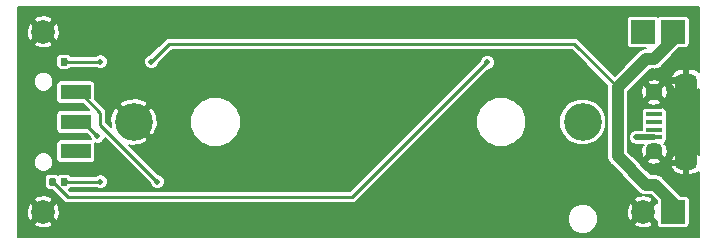
<source format=gbr>
G04 #@! TF.GenerationSoftware,KiCad,Pcbnew,5.0.1+dfsg1-3*
G04 #@! TF.CreationDate,2018-11-05T21:22:00-05:00*
G04 #@! TF.ProjectId,BreadBatt,4272656164426174742E6B696361645F,rev?*
G04 #@! TF.SameCoordinates,Original*
G04 #@! TF.FileFunction,Copper,L1,Top,Signal*
G04 #@! TF.FilePolarity,Positive*
%FSLAX46Y46*%
G04 Gerber Fmt 4.6, Leading zero omitted, Abs format (unit mm)*
G04 Created by KiCad (PCBNEW 5.0.1+dfsg1-3) date Mon 05 Nov 2018 09:22:00 PM EST*
%MOMM*%
%LPD*%
G01*
G04 APERTURE LIST*
G04 #@! TA.AperFunction,ComponentPad*
%ADD10C,3.200000*%
G04 #@! TD*
G04 #@! TA.AperFunction,Conductor*
%ADD11C,0.100000*%
G04 #@! TD*
G04 #@! TA.AperFunction,SMDPad,CuDef*
%ADD12C,0.590000*%
G04 #@! TD*
G04 #@! TA.AperFunction,SMDPad,CuDef*
%ADD13R,1.900000X1.500000*%
G04 #@! TD*
G04 #@! TA.AperFunction,ComponentPad*
%ADD14C,1.450000*%
G04 #@! TD*
G04 #@! TA.AperFunction,SMDPad,CuDef*
%ADD15R,1.350000X0.400000*%
G04 #@! TD*
G04 #@! TA.AperFunction,ComponentPad*
%ADD16O,1.900000X1.200000*%
G04 #@! TD*
G04 #@! TA.AperFunction,SMDPad,CuDef*
%ADD17R,1.900000X1.200000*%
G04 #@! TD*
G04 #@! TA.AperFunction,ComponentPad*
%ADD18R,2.000000X2.000000*%
G04 #@! TD*
G04 #@! TA.AperFunction,ComponentPad*
%ADD19C,2.000000*%
G04 #@! TD*
G04 #@! TA.AperFunction,SMDPad,CuDef*
%ADD20R,2.500000X1.250000*%
G04 #@! TD*
G04 #@! TA.AperFunction,ViaPad*
%ADD21C,0.508000*%
G04 #@! TD*
G04 #@! TA.AperFunction,ViaPad*
%ADD22C,1.016000*%
G04 #@! TD*
G04 #@! TA.AperFunction,Conductor*
%ADD23C,0.254000*%
G04 #@! TD*
G04 #@! TA.AperFunction,Conductor*
%ADD24C,1.016000*%
G04 #@! TD*
G04 #@! TA.AperFunction,Conductor*
%ADD25C,0.508000*%
G04 #@! TD*
G04 #@! TA.AperFunction,Conductor*
%ADD26C,0.152400*%
G04 #@! TD*
G04 APERTURE END LIST*
D10*
G04 #@! TO.P,BT1,1*
G04 #@! TO.N,+BATT*
X158700000Y-107950000D03*
G04 #@! TO.P,BT1,2*
G04 #@! TO.N,-BATT*
X120700000Y-107950000D03*
G04 #@! TD*
D11*
G04 #@! TO.N,Net-(D1-Pad2)*
G04 #@! TO.C,D1*
G36*
X114946958Y-112710710D02*
X114961276Y-112712834D01*
X114975317Y-112716351D01*
X114988946Y-112721228D01*
X115002031Y-112727417D01*
X115014447Y-112734858D01*
X115026073Y-112743481D01*
X115036798Y-112753202D01*
X115046519Y-112763927D01*
X115055142Y-112775553D01*
X115062583Y-112787969D01*
X115068772Y-112801054D01*
X115073649Y-112814683D01*
X115077166Y-112828724D01*
X115079290Y-112843042D01*
X115080000Y-112857500D01*
X115080000Y-113202500D01*
X115079290Y-113216958D01*
X115077166Y-113231276D01*
X115073649Y-113245317D01*
X115068772Y-113258946D01*
X115062583Y-113272031D01*
X115055142Y-113284447D01*
X115046519Y-113296073D01*
X115036798Y-113306798D01*
X115026073Y-113316519D01*
X115014447Y-113325142D01*
X115002031Y-113332583D01*
X114988946Y-113338772D01*
X114975317Y-113343649D01*
X114961276Y-113347166D01*
X114946958Y-113349290D01*
X114932500Y-113350000D01*
X114637500Y-113350000D01*
X114623042Y-113349290D01*
X114608724Y-113347166D01*
X114594683Y-113343649D01*
X114581054Y-113338772D01*
X114567969Y-113332583D01*
X114555553Y-113325142D01*
X114543927Y-113316519D01*
X114533202Y-113306798D01*
X114523481Y-113296073D01*
X114514858Y-113284447D01*
X114507417Y-113272031D01*
X114501228Y-113258946D01*
X114496351Y-113245317D01*
X114492834Y-113231276D01*
X114490710Y-113216958D01*
X114490000Y-113202500D01*
X114490000Y-112857500D01*
X114490710Y-112843042D01*
X114492834Y-112828724D01*
X114496351Y-112814683D01*
X114501228Y-112801054D01*
X114507417Y-112787969D01*
X114514858Y-112775553D01*
X114523481Y-112763927D01*
X114533202Y-112753202D01*
X114543927Y-112743481D01*
X114555553Y-112734858D01*
X114567969Y-112727417D01*
X114581054Y-112721228D01*
X114594683Y-112716351D01*
X114608724Y-112712834D01*
X114623042Y-112710710D01*
X114637500Y-112710000D01*
X114932500Y-112710000D01*
X114946958Y-112710710D01*
X114946958Y-112710710D01*
G37*
D12*
G04 #@! TD*
G04 #@! TO.P,D1,2*
G04 #@! TO.N,Net-(D1-Pad2)*
X114785000Y-113030000D03*
D11*
G04 #@! TO.N,Net-(D1-Pad1)*
G04 #@! TO.C,D1*
G36*
X113976958Y-112710710D02*
X113991276Y-112712834D01*
X114005317Y-112716351D01*
X114018946Y-112721228D01*
X114032031Y-112727417D01*
X114044447Y-112734858D01*
X114056073Y-112743481D01*
X114066798Y-112753202D01*
X114076519Y-112763927D01*
X114085142Y-112775553D01*
X114092583Y-112787969D01*
X114098772Y-112801054D01*
X114103649Y-112814683D01*
X114107166Y-112828724D01*
X114109290Y-112843042D01*
X114110000Y-112857500D01*
X114110000Y-113202500D01*
X114109290Y-113216958D01*
X114107166Y-113231276D01*
X114103649Y-113245317D01*
X114098772Y-113258946D01*
X114092583Y-113272031D01*
X114085142Y-113284447D01*
X114076519Y-113296073D01*
X114066798Y-113306798D01*
X114056073Y-113316519D01*
X114044447Y-113325142D01*
X114032031Y-113332583D01*
X114018946Y-113338772D01*
X114005317Y-113343649D01*
X113991276Y-113347166D01*
X113976958Y-113349290D01*
X113962500Y-113350000D01*
X113667500Y-113350000D01*
X113653042Y-113349290D01*
X113638724Y-113347166D01*
X113624683Y-113343649D01*
X113611054Y-113338772D01*
X113597969Y-113332583D01*
X113585553Y-113325142D01*
X113573927Y-113316519D01*
X113563202Y-113306798D01*
X113553481Y-113296073D01*
X113544858Y-113284447D01*
X113537417Y-113272031D01*
X113531228Y-113258946D01*
X113526351Y-113245317D01*
X113522834Y-113231276D01*
X113520710Y-113216958D01*
X113520000Y-113202500D01*
X113520000Y-112857500D01*
X113520710Y-112843042D01*
X113522834Y-112828724D01*
X113526351Y-112814683D01*
X113531228Y-112801054D01*
X113537417Y-112787969D01*
X113544858Y-112775553D01*
X113553481Y-112763927D01*
X113563202Y-112753202D01*
X113573927Y-112743481D01*
X113585553Y-112734858D01*
X113597969Y-112727417D01*
X113611054Y-112721228D01*
X113624683Y-112716351D01*
X113638724Y-112712834D01*
X113653042Y-112710710D01*
X113667500Y-112710000D01*
X113962500Y-112710000D01*
X113976958Y-112710710D01*
X113976958Y-112710710D01*
G37*
D12*
G04 #@! TD*
G04 #@! TO.P,D1,1*
G04 #@! TO.N,Net-(D1-Pad1)*
X113815000Y-113030000D03*
D11*
G04 #@! TO.N,-BATT*
G04 #@! TO.C,D3*
G36*
X113976958Y-102550710D02*
X113991276Y-102552834D01*
X114005317Y-102556351D01*
X114018946Y-102561228D01*
X114032031Y-102567417D01*
X114044447Y-102574858D01*
X114056073Y-102583481D01*
X114066798Y-102593202D01*
X114076519Y-102603927D01*
X114085142Y-102615553D01*
X114092583Y-102627969D01*
X114098772Y-102641054D01*
X114103649Y-102654683D01*
X114107166Y-102668724D01*
X114109290Y-102683042D01*
X114110000Y-102697500D01*
X114110000Y-103042500D01*
X114109290Y-103056958D01*
X114107166Y-103071276D01*
X114103649Y-103085317D01*
X114098772Y-103098946D01*
X114092583Y-103112031D01*
X114085142Y-103124447D01*
X114076519Y-103136073D01*
X114066798Y-103146798D01*
X114056073Y-103156519D01*
X114044447Y-103165142D01*
X114032031Y-103172583D01*
X114018946Y-103178772D01*
X114005317Y-103183649D01*
X113991276Y-103187166D01*
X113976958Y-103189290D01*
X113962500Y-103190000D01*
X113667500Y-103190000D01*
X113653042Y-103189290D01*
X113638724Y-103187166D01*
X113624683Y-103183649D01*
X113611054Y-103178772D01*
X113597969Y-103172583D01*
X113585553Y-103165142D01*
X113573927Y-103156519D01*
X113563202Y-103146798D01*
X113553481Y-103136073D01*
X113544858Y-103124447D01*
X113537417Y-103112031D01*
X113531228Y-103098946D01*
X113526351Y-103085317D01*
X113522834Y-103071276D01*
X113520710Y-103056958D01*
X113520000Y-103042500D01*
X113520000Y-102697500D01*
X113520710Y-102683042D01*
X113522834Y-102668724D01*
X113526351Y-102654683D01*
X113531228Y-102641054D01*
X113537417Y-102627969D01*
X113544858Y-102615553D01*
X113553481Y-102603927D01*
X113563202Y-102593202D01*
X113573927Y-102583481D01*
X113585553Y-102574858D01*
X113597969Y-102567417D01*
X113611054Y-102561228D01*
X113624683Y-102556351D01*
X113638724Y-102552834D01*
X113653042Y-102550710D01*
X113667500Y-102550000D01*
X113962500Y-102550000D01*
X113976958Y-102550710D01*
X113976958Y-102550710D01*
G37*
D12*
G04 #@! TD*
G04 #@! TO.P,D3,1*
G04 #@! TO.N,-BATT*
X113815000Y-102870000D03*
D11*
G04 #@! TO.N,Net-(D3-Pad2)*
G04 #@! TO.C,D3*
G36*
X114946958Y-102550710D02*
X114961276Y-102552834D01*
X114975317Y-102556351D01*
X114988946Y-102561228D01*
X115002031Y-102567417D01*
X115014447Y-102574858D01*
X115026073Y-102583481D01*
X115036798Y-102593202D01*
X115046519Y-102603927D01*
X115055142Y-102615553D01*
X115062583Y-102627969D01*
X115068772Y-102641054D01*
X115073649Y-102654683D01*
X115077166Y-102668724D01*
X115079290Y-102683042D01*
X115080000Y-102697500D01*
X115080000Y-103042500D01*
X115079290Y-103056958D01*
X115077166Y-103071276D01*
X115073649Y-103085317D01*
X115068772Y-103098946D01*
X115062583Y-103112031D01*
X115055142Y-103124447D01*
X115046519Y-103136073D01*
X115036798Y-103146798D01*
X115026073Y-103156519D01*
X115014447Y-103165142D01*
X115002031Y-103172583D01*
X114988946Y-103178772D01*
X114975317Y-103183649D01*
X114961276Y-103187166D01*
X114946958Y-103189290D01*
X114932500Y-103190000D01*
X114637500Y-103190000D01*
X114623042Y-103189290D01*
X114608724Y-103187166D01*
X114594683Y-103183649D01*
X114581054Y-103178772D01*
X114567969Y-103172583D01*
X114555553Y-103165142D01*
X114543927Y-103156519D01*
X114533202Y-103146798D01*
X114523481Y-103136073D01*
X114514858Y-103124447D01*
X114507417Y-103112031D01*
X114501228Y-103098946D01*
X114496351Y-103085317D01*
X114492834Y-103071276D01*
X114490710Y-103056958D01*
X114490000Y-103042500D01*
X114490000Y-102697500D01*
X114490710Y-102683042D01*
X114492834Y-102668724D01*
X114496351Y-102654683D01*
X114501228Y-102641054D01*
X114507417Y-102627969D01*
X114514858Y-102615553D01*
X114523481Y-102603927D01*
X114533202Y-102593202D01*
X114543927Y-102583481D01*
X114555553Y-102574858D01*
X114567969Y-102567417D01*
X114581054Y-102561228D01*
X114594683Y-102556351D01*
X114608724Y-102552834D01*
X114623042Y-102550710D01*
X114637500Y-102550000D01*
X114932500Y-102550000D01*
X114946958Y-102550710D01*
X114946958Y-102550710D01*
G37*
D12*
G04 #@! TD*
G04 #@! TO.P,D3,2*
G04 #@! TO.N,Net-(D3-Pad2)*
X114785000Y-102870000D03*
D13*
G04 #@! TO.P,J7,SH*
G04 #@! TO.N,-BATT*
X167455100Y-106950000D03*
D14*
X164755100Y-110450000D03*
D15*
G04 #@! TO.P,J7,2*
G04 #@! TO.N,Net-(J7-Pad2)*
X164755100Y-108600000D03*
G04 #@! TO.P,J7,1*
G04 #@! TO.N,VBUS*
X164755100Y-109250000D03*
G04 #@! TO.P,J7,5*
G04 #@! TO.N,-BATT*
X164755100Y-106650000D03*
G04 #@! TO.P,J7,4*
G04 #@! TO.N,Net-(J7-Pad4)*
X164755100Y-107300000D03*
G04 #@! TO.P,J7,3*
G04 #@! TO.N,Net-(J7-Pad3)*
X164755100Y-107950000D03*
D14*
G04 #@! TO.P,J7,SH*
G04 #@! TO.N,-BATT*
X164755100Y-105450000D03*
D13*
X167455100Y-108950000D03*
D16*
X167455100Y-111450000D03*
X167455100Y-104450000D03*
D17*
X167455100Y-105050000D03*
X167455100Y-110850000D03*
G04 #@! TD*
D18*
G04 #@! TO.P,J3,1*
G04 #@! TO.N,+3V3*
X166370000Y-100330000D03*
G04 #@! TD*
D19*
G04 #@! TO.P,J4,1*
G04 #@! TO.N,-BATT*
X113030000Y-115570000D03*
G04 #@! TD*
D18*
G04 #@! TO.P,J5,1*
G04 #@! TO.N,+3V3*
X166370000Y-115570000D03*
G04 #@! TD*
D19*
G04 #@! TO.P,J6,1*
G04 #@! TO.N,-BATT*
X113030000Y-100330000D03*
G04 #@! TD*
D18*
G04 #@! TO.P,J1,1*
G04 #@! TO.N,+5V*
X163830000Y-100330000D03*
G04 #@! TD*
D19*
G04 #@! TO.P,J2,1*
G04 #@! TO.N,-BATT*
X163830000Y-115570000D03*
G04 #@! TD*
D20*
G04 #@! TO.P,SW1,3*
G04 #@! TO.N,Net-(SW1-Pad3)*
X115780000Y-110450000D03*
G04 #@! TO.P,SW1,2*
G04 #@! TO.N,Net-(R1-Pad2)*
X115780000Y-107950000D03*
G04 #@! TO.P,SW1,1*
G04 #@! TO.N,+BATT*
X115780000Y-105450000D03*
G04 #@! TD*
D21*
G04 #@! TO.N,+BATT*
X122682000Y-113030000D03*
D22*
G04 #@! TO.N,+3V3*
X161671008Y-110871008D03*
D21*
X122174000Y-102870000D03*
G04 #@! TO.N,Net-(D1-Pad2)*
X117856000Y-113030000D03*
G04 #@! TO.N,Net-(D1-Pad1)*
X150622000Y-102910000D03*
G04 #@! TO.N,VBUS*
X163225000Y-109250000D03*
G04 #@! TO.N,Net-(D3-Pad2)*
X117856000Y-102870000D03*
G04 #@! TO.N,Net-(R1-Pad2)*
X117602000Y-109156500D03*
G04 #@! TD*
D23*
G04 #@! TO.N,+BATT*
X116118000Y-105450000D02*
X115780000Y-105450000D01*
X117856000Y-107188000D02*
X116118000Y-105450000D01*
X117856000Y-108204000D02*
X117856000Y-107188000D01*
X122682000Y-113030000D02*
X117856000Y-108204000D01*
G04 #@! TO.N,+3V3*
X123698000Y-101346000D02*
X122174000Y-102870000D01*
X161671000Y-105029000D02*
X157988000Y-101346000D01*
X157988000Y-101346000D02*
X123698000Y-101346000D01*
D24*
X164084000Y-102616000D02*
X161671000Y-105029000D01*
X164732722Y-102616000D02*
X164084000Y-102616000D01*
X166370000Y-100330000D02*
X166370000Y-100978722D01*
X166370000Y-100978722D02*
X164732722Y-102616000D01*
X164846000Y-113284000D02*
X164084000Y-113284000D01*
X166370000Y-114808000D02*
X164846000Y-113284000D01*
X161671000Y-105664000D02*
X161671000Y-105029000D01*
X166370000Y-115570000D02*
X166370000Y-114808000D01*
X164084000Y-113284000D02*
X161671000Y-110871000D01*
X161671000Y-110871000D02*
X161671000Y-105664000D01*
D23*
G04 #@! TO.N,Net-(D1-Pad2)*
X114785000Y-113030000D02*
X117856000Y-113030000D01*
G04 #@! TO.N,Net-(D1-Pad1)*
X150582000Y-102910000D02*
X150622000Y-102910000D01*
X139192000Y-114300000D02*
X150582000Y-102910000D01*
X113815000Y-113030000D02*
X115085000Y-114300000D01*
X115085000Y-114300000D02*
X139192000Y-114300000D01*
D25*
G04 #@! TO.N,VBUS*
X164755100Y-109250000D02*
X163225000Y-109250000D01*
D23*
G04 #@! TO.N,Net-(D3-Pad2)*
X114785000Y-102870000D02*
X117856000Y-102870000D01*
G04 #@! TO.N,Net-(R1-Pad2)*
X116405000Y-107950000D02*
X117602000Y-109147000D01*
X115780000Y-107950000D02*
X116405000Y-107950000D01*
X117602000Y-109147000D02*
X117602000Y-109156500D01*
G04 #@! TD*
D26*
G04 #@! TO.N,-BATT*
G36*
X168516301Y-103736317D02*
X168510039Y-103724981D01*
X168178926Y-103510401D01*
X167790901Y-103438867D01*
X167632900Y-103548787D01*
X167632900Y-104272200D01*
X167652900Y-104272200D01*
X167652900Y-104627800D01*
X167632900Y-104627800D01*
X167632900Y-105351213D01*
X167790901Y-105461133D01*
X168178926Y-105389599D01*
X168510039Y-105175019D01*
X168516301Y-105163684D01*
X168516300Y-110736316D01*
X168510039Y-110724981D01*
X168178926Y-110510401D01*
X167790901Y-110438867D01*
X167632900Y-110548787D01*
X167632900Y-111272200D01*
X167652900Y-111272200D01*
X167652900Y-111627800D01*
X167632900Y-111627800D01*
X167632900Y-112351213D01*
X167790901Y-112461133D01*
X168178926Y-112389599D01*
X168510039Y-112175019D01*
X168516300Y-112163684D01*
X168516300Y-117716300D01*
X110883700Y-117716300D01*
X110883700Y-116615464D01*
X112235983Y-116615464D01*
X112352834Y-116804530D01*
X112876815Y-116969697D01*
X113424116Y-116921773D01*
X113707166Y-116804530D01*
X113824017Y-116615464D01*
X113030000Y-115821447D01*
X112235983Y-116615464D01*
X110883700Y-116615464D01*
X110883700Y-115416815D01*
X111630303Y-115416815D01*
X111678227Y-115964116D01*
X111795470Y-116247166D01*
X111984536Y-116364017D01*
X112778553Y-115570000D01*
X113281447Y-115570000D01*
X114075464Y-116364017D01*
X114264530Y-116247166D01*
X114375477Y-115895193D01*
X157419000Y-115895193D01*
X157419000Y-116404807D01*
X157614021Y-116875628D01*
X157974372Y-117235979D01*
X158445193Y-117431000D01*
X158954807Y-117431000D01*
X159425628Y-117235979D01*
X159785979Y-116875628D01*
X159893742Y-116615464D01*
X163035983Y-116615464D01*
X163152834Y-116804530D01*
X163676815Y-116969697D01*
X164224116Y-116921773D01*
X164507166Y-116804530D01*
X164624017Y-116615464D01*
X163830000Y-115821447D01*
X163035983Y-116615464D01*
X159893742Y-116615464D01*
X159981000Y-116404807D01*
X159981000Y-115895193D01*
X159785979Y-115424372D01*
X159778422Y-115416815D01*
X162430303Y-115416815D01*
X162478227Y-115964116D01*
X162595470Y-116247166D01*
X162784536Y-116364017D01*
X163578553Y-115570000D01*
X162784536Y-114775983D01*
X162595470Y-114892834D01*
X162430303Y-115416815D01*
X159778422Y-115416815D01*
X159425628Y-115064021D01*
X158954807Y-114869000D01*
X158445193Y-114869000D01*
X157974372Y-115064021D01*
X157614021Y-115424372D01*
X157419000Y-115895193D01*
X114375477Y-115895193D01*
X114429697Y-115723185D01*
X114381773Y-115175884D01*
X114264530Y-114892834D01*
X114075464Y-114775983D01*
X113281447Y-115570000D01*
X112778553Y-115570000D01*
X111984536Y-114775983D01*
X111795470Y-114892834D01*
X111630303Y-115416815D01*
X110883700Y-115416815D01*
X110883700Y-114524536D01*
X112235983Y-114524536D01*
X113030000Y-115318553D01*
X113824017Y-114524536D01*
X113707166Y-114335470D01*
X113183185Y-114170303D01*
X112635884Y-114218227D01*
X112352834Y-114335470D01*
X112235983Y-114524536D01*
X110883700Y-114524536D01*
X110883700Y-112857500D01*
X113131536Y-112857500D01*
X113131536Y-113202500D01*
X113172334Y-113407605D01*
X113288516Y-113581484D01*
X113462395Y-113697666D01*
X113667500Y-113738464D01*
X113805044Y-113738464D01*
X114690414Y-114623835D01*
X114718753Y-114666247D01*
X114761165Y-114694586D01*
X114761167Y-114694588D01*
X114882984Y-114775983D01*
X114886788Y-114778525D01*
X115034968Y-114808000D01*
X115034971Y-114808000D01*
X115084999Y-114817951D01*
X115135027Y-114808000D01*
X139141972Y-114808000D01*
X139192000Y-114817951D01*
X139242028Y-114808000D01*
X139242032Y-114808000D01*
X139390212Y-114778525D01*
X139558247Y-114666247D01*
X139586588Y-114623832D01*
X146684302Y-107526118D01*
X149669000Y-107526118D01*
X149669000Y-108373882D01*
X149993425Y-109157115D01*
X150592885Y-109756575D01*
X151376118Y-110081000D01*
X152223882Y-110081000D01*
X153007115Y-109756575D01*
X153606575Y-109157115D01*
X153931000Y-108373882D01*
X153931000Y-107555955D01*
X156719000Y-107555955D01*
X156719000Y-108344045D01*
X157020589Y-109072146D01*
X157577854Y-109629411D01*
X158305955Y-109931000D01*
X159094045Y-109931000D01*
X159822146Y-109629411D01*
X160379411Y-109072146D01*
X160681000Y-108344045D01*
X160681000Y-107555955D01*
X160379411Y-106827854D01*
X159822146Y-106270589D01*
X159094045Y-105969000D01*
X158305955Y-105969000D01*
X157577854Y-106270589D01*
X157020589Y-106827854D01*
X156719000Y-107555955D01*
X153931000Y-107555955D01*
X153931000Y-107526118D01*
X153606575Y-106742885D01*
X153007115Y-106143425D01*
X152223882Y-105819000D01*
X151376118Y-105819000D01*
X150592885Y-106143425D01*
X149993425Y-106742885D01*
X149669000Y-107526118D01*
X146684302Y-107526118D01*
X150665420Y-103545000D01*
X150748309Y-103545000D01*
X150981698Y-103448327D01*
X151160327Y-103269698D01*
X151257000Y-103036309D01*
X151257000Y-102783691D01*
X151160327Y-102550302D01*
X150981698Y-102371673D01*
X150748309Y-102275000D01*
X150495691Y-102275000D01*
X150262302Y-102371673D01*
X150083673Y-102550302D01*
X149987000Y-102783691D01*
X149987000Y-102786580D01*
X138981580Y-113792000D01*
X115295421Y-113792000D01*
X115175660Y-113672239D01*
X115311484Y-113581484D01*
X115340539Y-113538000D01*
X117465975Y-113538000D01*
X117496302Y-113568327D01*
X117729691Y-113665000D01*
X117982309Y-113665000D01*
X118215698Y-113568327D01*
X118394327Y-113389698D01*
X118491000Y-113156309D01*
X118491000Y-112903691D01*
X118394327Y-112670302D01*
X118215698Y-112491673D01*
X117982309Y-112395000D01*
X117729691Y-112395000D01*
X117496302Y-112491673D01*
X117465975Y-112522000D01*
X115340539Y-112522000D01*
X115311484Y-112478516D01*
X115137605Y-112362334D01*
X114932500Y-112321536D01*
X114637500Y-112321536D01*
X114432395Y-112362334D01*
X114300000Y-112450797D01*
X114167605Y-112362334D01*
X113962500Y-112321536D01*
X113667500Y-112321536D01*
X113462395Y-112362334D01*
X113288516Y-112478516D01*
X113172334Y-112652395D01*
X113131536Y-112857500D01*
X110883700Y-112857500D01*
X110883700Y-111184704D01*
X112199000Y-111184704D01*
X112199000Y-111515296D01*
X112325512Y-111820724D01*
X112559276Y-112054488D01*
X112864704Y-112181000D01*
X113195296Y-112181000D01*
X113500724Y-112054488D01*
X113734488Y-111820724D01*
X113861000Y-111515296D01*
X113861000Y-111184704D01*
X113734488Y-110879276D01*
X113500724Y-110645512D01*
X113195296Y-110519000D01*
X112864704Y-110519000D01*
X112559276Y-110645512D01*
X112325512Y-110879276D01*
X112199000Y-111184704D01*
X110883700Y-111184704D01*
X110883700Y-104384704D01*
X112199000Y-104384704D01*
X112199000Y-104715296D01*
X112325512Y-105020724D01*
X112559276Y-105254488D01*
X112864704Y-105381000D01*
X113195296Y-105381000D01*
X113500724Y-105254488D01*
X113734488Y-105020724D01*
X113815559Y-104825000D01*
X114141536Y-104825000D01*
X114141536Y-106075000D01*
X114171106Y-106223659D01*
X114255314Y-106349686D01*
X114381341Y-106433894D01*
X114530000Y-106463464D01*
X116413044Y-106463464D01*
X116886115Y-106936536D01*
X114530000Y-106936536D01*
X114381341Y-106966106D01*
X114255314Y-107050314D01*
X114171106Y-107176341D01*
X114141536Y-107325000D01*
X114141536Y-108575000D01*
X114171106Y-108723659D01*
X114255314Y-108849686D01*
X114381341Y-108933894D01*
X114530000Y-108963464D01*
X116700043Y-108963464D01*
X116967000Y-109230421D01*
X116967000Y-109282809D01*
X117030737Y-109436683D01*
X117030000Y-109436536D01*
X114530000Y-109436536D01*
X114381341Y-109466106D01*
X114255314Y-109550314D01*
X114171106Y-109676341D01*
X114141536Y-109825000D01*
X114141536Y-111075000D01*
X114171106Y-111223659D01*
X114255314Y-111349686D01*
X114381341Y-111433894D01*
X114530000Y-111463464D01*
X117030000Y-111463464D01*
X117178659Y-111433894D01*
X117304686Y-111349686D01*
X117388894Y-111223659D01*
X117418464Y-111075000D01*
X117418464Y-109825000D01*
X117406064Y-109762659D01*
X117475691Y-109791500D01*
X117728309Y-109791500D01*
X117961698Y-109694827D01*
X118140327Y-109516198D01*
X118230963Y-109297383D01*
X122047000Y-113113421D01*
X122047000Y-113156309D01*
X122143673Y-113389698D01*
X122322302Y-113568327D01*
X122555691Y-113665000D01*
X122808309Y-113665000D01*
X123041698Y-113568327D01*
X123220327Y-113389698D01*
X123317000Y-113156309D01*
X123317000Y-112903691D01*
X123220327Y-112670302D01*
X123041698Y-112491673D01*
X122808309Y-112395000D01*
X122765421Y-112395000D01*
X120270952Y-109900532D01*
X120403203Y-109947884D01*
X121190352Y-109909384D01*
X121738762Y-109682225D01*
X121929326Y-109430773D01*
X120700000Y-108201447D01*
X120685858Y-108215590D01*
X120434411Y-107964143D01*
X120448553Y-107950000D01*
X120951447Y-107950000D01*
X122180773Y-109179326D01*
X122432225Y-108988762D01*
X122697884Y-108246797D01*
X122662636Y-107526118D01*
X125469000Y-107526118D01*
X125469000Y-108373882D01*
X125793425Y-109157115D01*
X126392885Y-109756575D01*
X127176118Y-110081000D01*
X128023882Y-110081000D01*
X128807115Y-109756575D01*
X129406575Y-109157115D01*
X129731000Y-108373882D01*
X129731000Y-107526118D01*
X129406575Y-106742885D01*
X128807115Y-106143425D01*
X128023882Y-105819000D01*
X127176118Y-105819000D01*
X126392885Y-106143425D01*
X125793425Y-106742885D01*
X125469000Y-107526118D01*
X122662636Y-107526118D01*
X122659384Y-107459648D01*
X122432225Y-106911238D01*
X122180773Y-106720674D01*
X120951447Y-107950000D01*
X120448553Y-107950000D01*
X119219227Y-106720674D01*
X118967775Y-106911238D01*
X118702116Y-107653203D01*
X118737008Y-108366588D01*
X118364000Y-107993580D01*
X118364000Y-107238027D01*
X118373951Y-107187999D01*
X118364000Y-107137971D01*
X118364000Y-107137968D01*
X118334525Y-106989788D01*
X118318701Y-106966106D01*
X118250588Y-106864167D01*
X118250586Y-106864165D01*
X118222247Y-106821753D01*
X118179835Y-106793414D01*
X117855648Y-106469227D01*
X119470674Y-106469227D01*
X120700000Y-107698553D01*
X121929326Y-106469227D01*
X121738762Y-106217775D01*
X120996797Y-105952116D01*
X120209648Y-105990616D01*
X119661238Y-106217775D01*
X119470674Y-106469227D01*
X117855648Y-106469227D01*
X117418464Y-106032043D01*
X117418464Y-104825000D01*
X117388894Y-104676341D01*
X117304686Y-104550314D01*
X117178659Y-104466106D01*
X117030000Y-104436536D01*
X114530000Y-104436536D01*
X114381341Y-104466106D01*
X114255314Y-104550314D01*
X114171106Y-104676341D01*
X114141536Y-104825000D01*
X113815559Y-104825000D01*
X113861000Y-104715296D01*
X113861000Y-104384704D01*
X113734488Y-104079276D01*
X113500724Y-103845512D01*
X113195296Y-103719000D01*
X112864704Y-103719000D01*
X112559276Y-103845512D01*
X112325512Y-104079276D01*
X112199000Y-104384704D01*
X110883700Y-104384704D01*
X110883700Y-102697500D01*
X114101536Y-102697500D01*
X114101536Y-103042500D01*
X114142334Y-103247605D01*
X114258516Y-103421484D01*
X114432395Y-103537666D01*
X114637500Y-103578464D01*
X114932500Y-103578464D01*
X115137605Y-103537666D01*
X115311484Y-103421484D01*
X115340539Y-103378000D01*
X117465975Y-103378000D01*
X117496302Y-103408327D01*
X117729691Y-103505000D01*
X117982309Y-103505000D01*
X118215698Y-103408327D01*
X118394327Y-103229698D01*
X118491000Y-102996309D01*
X118491000Y-102743691D01*
X121539000Y-102743691D01*
X121539000Y-102996309D01*
X121635673Y-103229698D01*
X121814302Y-103408327D01*
X122047691Y-103505000D01*
X122300309Y-103505000D01*
X122533698Y-103408327D01*
X122712327Y-103229698D01*
X122809000Y-102996309D01*
X122809000Y-102953420D01*
X123908420Y-101854000D01*
X157777580Y-101854000D01*
X160795775Y-104872195D01*
X160764584Y-105029000D01*
X160782000Y-105116555D01*
X160782000Y-105751555D01*
X160782001Y-105751560D01*
X160782000Y-110783445D01*
X160764584Y-110871000D01*
X160782000Y-110958555D01*
X160782008Y-110958595D01*
X160782008Y-111047841D01*
X160816161Y-111130294D01*
X160833581Y-111217869D01*
X160883188Y-111292112D01*
X160917350Y-111374586D01*
X160980470Y-111437706D01*
X161030067Y-111511933D01*
X161104293Y-111561529D01*
X161167430Y-111624666D01*
X161167432Y-111624667D01*
X163393470Y-113850706D01*
X163443067Y-113924933D01*
X163737130Y-114121419D01*
X163982977Y-114170321D01*
X163435884Y-114218227D01*
X163152834Y-114335470D01*
X163035983Y-114524536D01*
X163830000Y-115318553D01*
X164624017Y-114524536D01*
X164507166Y-114335470D01*
X163983698Y-114170465D01*
X163996444Y-114173000D01*
X163996448Y-114173000D01*
X164083999Y-114190415D01*
X164171550Y-114173000D01*
X164477765Y-114173000D01*
X164981536Y-114676772D01*
X164981536Y-114841540D01*
X164875464Y-114775983D01*
X164081447Y-115570000D01*
X164875464Y-116364017D01*
X164981536Y-116298460D01*
X164981536Y-116570000D01*
X165011106Y-116718659D01*
X165095314Y-116844686D01*
X165221341Y-116928894D01*
X165370000Y-116958464D01*
X167370000Y-116958464D01*
X167518659Y-116928894D01*
X167644686Y-116844686D01*
X167728894Y-116718659D01*
X167758464Y-116570000D01*
X167758464Y-114570000D01*
X167728894Y-114421341D01*
X167644686Y-114295314D01*
X167518659Y-114211106D01*
X167370000Y-114181536D01*
X167020601Y-114181536D01*
X167010933Y-114167067D01*
X166936707Y-114117471D01*
X165536531Y-112717296D01*
X165486933Y-112643067D01*
X165192870Y-112446581D01*
X164933556Y-112395000D01*
X164933555Y-112395000D01*
X164846000Y-112377584D01*
X164758445Y-112395000D01*
X164452236Y-112395000D01*
X163833768Y-111776532D01*
X166180039Y-111776532D01*
X166400161Y-112175019D01*
X166731274Y-112389599D01*
X167119299Y-112461133D01*
X167277300Y-112351213D01*
X167277300Y-111627800D01*
X166237379Y-111627800D01*
X166180039Y-111776532D01*
X163833768Y-111776532D01*
X163352082Y-111294846D01*
X164161701Y-111294846D01*
X164244408Y-111455400D01*
X164668032Y-111574302D01*
X165104911Y-111522039D01*
X165265792Y-111455400D01*
X165348499Y-111294846D01*
X165177121Y-111123468D01*
X166180039Y-111123468D01*
X166237379Y-111272200D01*
X167277300Y-111272200D01*
X167277300Y-110548787D01*
X167119299Y-110438867D01*
X166731274Y-110510401D01*
X166400161Y-110724981D01*
X166180039Y-111123468D01*
X165177121Y-111123468D01*
X164755100Y-110701447D01*
X164161701Y-111294846D01*
X163352082Y-111294846D01*
X162560000Y-110502765D01*
X162560000Y-109250000D01*
X162577560Y-109250000D01*
X162590000Y-109312541D01*
X162590000Y-109376309D01*
X162614403Y-109435222D01*
X162626843Y-109497765D01*
X162662271Y-109550786D01*
X162686673Y-109609698D01*
X162731764Y-109654789D01*
X162767191Y-109707809D01*
X162820211Y-109743236D01*
X162865302Y-109788327D01*
X162924214Y-109812729D01*
X162977235Y-109848157D01*
X163039778Y-109860598D01*
X163098691Y-109885000D01*
X163855125Y-109885000D01*
X163749700Y-109939308D01*
X163630798Y-110362932D01*
X163683061Y-110799811D01*
X163749700Y-110960692D01*
X163910254Y-111043399D01*
X164503653Y-110450000D01*
X164489511Y-110435858D01*
X164740958Y-110184411D01*
X164755100Y-110198553D01*
X164769243Y-110184411D01*
X165020690Y-110435858D01*
X165006547Y-110450000D01*
X165599946Y-111043399D01*
X165760500Y-110960692D01*
X165879402Y-110537068D01*
X165827139Y-110100189D01*
X165760500Y-109939308D01*
X165599948Y-109856602D01*
X165677151Y-109779399D01*
X165655422Y-109757670D01*
X165704786Y-109724686D01*
X165788994Y-109598659D01*
X165818564Y-109450000D01*
X165818564Y-109050000D01*
X165793700Y-108925000D01*
X165818564Y-108800000D01*
X165818564Y-108400000D01*
X165793700Y-108275000D01*
X165818564Y-108150000D01*
X165818564Y-107750000D01*
X165793700Y-107625000D01*
X165818564Y-107500000D01*
X165818564Y-107100000D01*
X165788994Y-106951341D01*
X165704786Y-106825314D01*
X165578759Y-106741106D01*
X165430100Y-106711536D01*
X164080100Y-106711536D01*
X163931441Y-106741106D01*
X163805414Y-106825314D01*
X163721206Y-106951341D01*
X163691636Y-107100000D01*
X163691636Y-107500000D01*
X163716500Y-107625000D01*
X163691636Y-107750000D01*
X163691636Y-108150000D01*
X163716500Y-108275000D01*
X163691636Y-108400000D01*
X163691636Y-108615000D01*
X163098691Y-108615000D01*
X163039778Y-108639402D01*
X162977235Y-108651843D01*
X162924214Y-108687271D01*
X162865302Y-108711673D01*
X162820211Y-108756764D01*
X162767191Y-108792191D01*
X162731764Y-108845211D01*
X162686673Y-108890302D01*
X162662271Y-108949214D01*
X162626843Y-109002235D01*
X162614403Y-109064778D01*
X162590000Y-109123691D01*
X162590000Y-109187459D01*
X162577560Y-109250000D01*
X162560000Y-109250000D01*
X162560000Y-106294846D01*
X164161701Y-106294846D01*
X164244408Y-106455400D01*
X164668032Y-106574302D01*
X165104911Y-106522039D01*
X165265792Y-106455400D01*
X165348499Y-106294846D01*
X164755100Y-105701447D01*
X164161701Y-106294846D01*
X162560000Y-106294846D01*
X162560000Y-105397235D01*
X162594303Y-105362932D01*
X163630798Y-105362932D01*
X163683061Y-105799811D01*
X163749700Y-105960692D01*
X163910254Y-106043399D01*
X164503653Y-105450000D01*
X165006547Y-105450000D01*
X165599946Y-106043399D01*
X165760500Y-105960692D01*
X165879402Y-105537068D01*
X165827139Y-105100189D01*
X165760500Y-104939308D01*
X165599946Y-104856601D01*
X165006547Y-105450000D01*
X164503653Y-105450000D01*
X163910254Y-104856601D01*
X163749700Y-104939308D01*
X163630798Y-105362932D01*
X162594303Y-105362932D01*
X163352081Y-104605154D01*
X164161701Y-104605154D01*
X164755100Y-105198553D01*
X165177121Y-104776532D01*
X166180039Y-104776532D01*
X166400161Y-105175019D01*
X166731274Y-105389599D01*
X167119299Y-105461133D01*
X167277300Y-105351213D01*
X167277300Y-104627800D01*
X166237379Y-104627800D01*
X166180039Y-104776532D01*
X165177121Y-104776532D01*
X165348499Y-104605154D01*
X165265792Y-104444600D01*
X164842168Y-104325698D01*
X164405289Y-104377961D01*
X164244408Y-104444600D01*
X164161701Y-104605154D01*
X163352081Y-104605154D01*
X163833767Y-104123468D01*
X166180039Y-104123468D01*
X166237379Y-104272200D01*
X167277300Y-104272200D01*
X167277300Y-103548787D01*
X167119299Y-103438867D01*
X166731274Y-103510401D01*
X166400161Y-103724981D01*
X166180039Y-104123468D01*
X163833767Y-104123468D01*
X164452236Y-103505000D01*
X164645167Y-103505000D01*
X164732722Y-103522416D01*
X164820277Y-103505000D01*
X164820278Y-103505000D01*
X165079592Y-103453419D01*
X165373655Y-103256933D01*
X165423253Y-103182704D01*
X166887494Y-101718464D01*
X167370000Y-101718464D01*
X167518659Y-101688894D01*
X167644686Y-101604686D01*
X167728894Y-101478659D01*
X167758464Y-101330000D01*
X167758464Y-99330000D01*
X167728894Y-99181341D01*
X167644686Y-99055314D01*
X167518659Y-98971106D01*
X167370000Y-98941536D01*
X165370000Y-98941536D01*
X165221341Y-98971106D01*
X165100000Y-99052183D01*
X164978659Y-98971106D01*
X164830000Y-98941536D01*
X162830000Y-98941536D01*
X162681341Y-98971106D01*
X162555314Y-99055314D01*
X162471106Y-99181341D01*
X162441536Y-99330000D01*
X162441536Y-101330000D01*
X162471106Y-101478659D01*
X162555314Y-101604686D01*
X162681341Y-101688894D01*
X162830000Y-101718464D01*
X164039361Y-101718464D01*
X163996448Y-101727000D01*
X163996444Y-101727000D01*
X163737130Y-101778581D01*
X163443067Y-101975067D01*
X163393471Y-102049293D01*
X161401592Y-104041172D01*
X158382588Y-101022168D01*
X158354247Y-100979753D01*
X158186212Y-100867475D01*
X158038032Y-100838000D01*
X158038028Y-100838000D01*
X157988000Y-100828049D01*
X157937972Y-100838000D01*
X123748026Y-100838000D01*
X123697999Y-100828049D01*
X123647972Y-100838000D01*
X123647968Y-100838000D01*
X123499788Y-100867475D01*
X123331753Y-100979753D01*
X123303412Y-101022168D01*
X122090580Y-102235000D01*
X122047691Y-102235000D01*
X121814302Y-102331673D01*
X121635673Y-102510302D01*
X121539000Y-102743691D01*
X118491000Y-102743691D01*
X118394327Y-102510302D01*
X118215698Y-102331673D01*
X117982309Y-102235000D01*
X117729691Y-102235000D01*
X117496302Y-102331673D01*
X117465975Y-102362000D01*
X115340539Y-102362000D01*
X115311484Y-102318516D01*
X115137605Y-102202334D01*
X114932500Y-102161536D01*
X114637500Y-102161536D01*
X114432395Y-102202334D01*
X114258516Y-102318516D01*
X114142334Y-102492395D01*
X114101536Y-102697500D01*
X110883700Y-102697500D01*
X110883700Y-101375464D01*
X112235983Y-101375464D01*
X112352834Y-101564530D01*
X112876815Y-101729697D01*
X113424116Y-101681773D01*
X113707166Y-101564530D01*
X113824017Y-101375464D01*
X113030000Y-100581447D01*
X112235983Y-101375464D01*
X110883700Y-101375464D01*
X110883700Y-100176815D01*
X111630303Y-100176815D01*
X111678227Y-100724116D01*
X111795470Y-101007166D01*
X111984536Y-101124017D01*
X112778553Y-100330000D01*
X113281447Y-100330000D01*
X114075464Y-101124017D01*
X114264530Y-101007166D01*
X114429697Y-100483185D01*
X114381773Y-99935884D01*
X114264530Y-99652834D01*
X114075464Y-99535983D01*
X113281447Y-100330000D01*
X112778553Y-100330000D01*
X111984536Y-99535983D01*
X111795470Y-99652834D01*
X111630303Y-100176815D01*
X110883700Y-100176815D01*
X110883700Y-99284536D01*
X112235983Y-99284536D01*
X113030000Y-100078553D01*
X113824017Y-99284536D01*
X113707166Y-99095470D01*
X113183185Y-98930303D01*
X112635884Y-98978227D01*
X112352834Y-99095470D01*
X112235983Y-99284536D01*
X110883700Y-99284536D01*
X110883700Y-98183700D01*
X168516301Y-98183700D01*
X168516301Y-103736317D01*
X168516301Y-103736317D01*
G37*
X168516301Y-103736317D02*
X168510039Y-103724981D01*
X168178926Y-103510401D01*
X167790901Y-103438867D01*
X167632900Y-103548787D01*
X167632900Y-104272200D01*
X167652900Y-104272200D01*
X167652900Y-104627800D01*
X167632900Y-104627800D01*
X167632900Y-105351213D01*
X167790901Y-105461133D01*
X168178926Y-105389599D01*
X168510039Y-105175019D01*
X168516301Y-105163684D01*
X168516300Y-110736316D01*
X168510039Y-110724981D01*
X168178926Y-110510401D01*
X167790901Y-110438867D01*
X167632900Y-110548787D01*
X167632900Y-111272200D01*
X167652900Y-111272200D01*
X167652900Y-111627800D01*
X167632900Y-111627800D01*
X167632900Y-112351213D01*
X167790901Y-112461133D01*
X168178926Y-112389599D01*
X168510039Y-112175019D01*
X168516300Y-112163684D01*
X168516300Y-117716300D01*
X110883700Y-117716300D01*
X110883700Y-116615464D01*
X112235983Y-116615464D01*
X112352834Y-116804530D01*
X112876815Y-116969697D01*
X113424116Y-116921773D01*
X113707166Y-116804530D01*
X113824017Y-116615464D01*
X113030000Y-115821447D01*
X112235983Y-116615464D01*
X110883700Y-116615464D01*
X110883700Y-115416815D01*
X111630303Y-115416815D01*
X111678227Y-115964116D01*
X111795470Y-116247166D01*
X111984536Y-116364017D01*
X112778553Y-115570000D01*
X113281447Y-115570000D01*
X114075464Y-116364017D01*
X114264530Y-116247166D01*
X114375477Y-115895193D01*
X157419000Y-115895193D01*
X157419000Y-116404807D01*
X157614021Y-116875628D01*
X157974372Y-117235979D01*
X158445193Y-117431000D01*
X158954807Y-117431000D01*
X159425628Y-117235979D01*
X159785979Y-116875628D01*
X159893742Y-116615464D01*
X163035983Y-116615464D01*
X163152834Y-116804530D01*
X163676815Y-116969697D01*
X164224116Y-116921773D01*
X164507166Y-116804530D01*
X164624017Y-116615464D01*
X163830000Y-115821447D01*
X163035983Y-116615464D01*
X159893742Y-116615464D01*
X159981000Y-116404807D01*
X159981000Y-115895193D01*
X159785979Y-115424372D01*
X159778422Y-115416815D01*
X162430303Y-115416815D01*
X162478227Y-115964116D01*
X162595470Y-116247166D01*
X162784536Y-116364017D01*
X163578553Y-115570000D01*
X162784536Y-114775983D01*
X162595470Y-114892834D01*
X162430303Y-115416815D01*
X159778422Y-115416815D01*
X159425628Y-115064021D01*
X158954807Y-114869000D01*
X158445193Y-114869000D01*
X157974372Y-115064021D01*
X157614021Y-115424372D01*
X157419000Y-115895193D01*
X114375477Y-115895193D01*
X114429697Y-115723185D01*
X114381773Y-115175884D01*
X114264530Y-114892834D01*
X114075464Y-114775983D01*
X113281447Y-115570000D01*
X112778553Y-115570000D01*
X111984536Y-114775983D01*
X111795470Y-114892834D01*
X111630303Y-115416815D01*
X110883700Y-115416815D01*
X110883700Y-114524536D01*
X112235983Y-114524536D01*
X113030000Y-115318553D01*
X113824017Y-114524536D01*
X113707166Y-114335470D01*
X113183185Y-114170303D01*
X112635884Y-114218227D01*
X112352834Y-114335470D01*
X112235983Y-114524536D01*
X110883700Y-114524536D01*
X110883700Y-112857500D01*
X113131536Y-112857500D01*
X113131536Y-113202500D01*
X113172334Y-113407605D01*
X113288516Y-113581484D01*
X113462395Y-113697666D01*
X113667500Y-113738464D01*
X113805044Y-113738464D01*
X114690414Y-114623835D01*
X114718753Y-114666247D01*
X114761165Y-114694586D01*
X114761167Y-114694588D01*
X114882984Y-114775983D01*
X114886788Y-114778525D01*
X115034968Y-114808000D01*
X115034971Y-114808000D01*
X115084999Y-114817951D01*
X115135027Y-114808000D01*
X139141972Y-114808000D01*
X139192000Y-114817951D01*
X139242028Y-114808000D01*
X139242032Y-114808000D01*
X139390212Y-114778525D01*
X139558247Y-114666247D01*
X139586588Y-114623832D01*
X146684302Y-107526118D01*
X149669000Y-107526118D01*
X149669000Y-108373882D01*
X149993425Y-109157115D01*
X150592885Y-109756575D01*
X151376118Y-110081000D01*
X152223882Y-110081000D01*
X153007115Y-109756575D01*
X153606575Y-109157115D01*
X153931000Y-108373882D01*
X153931000Y-107555955D01*
X156719000Y-107555955D01*
X156719000Y-108344045D01*
X157020589Y-109072146D01*
X157577854Y-109629411D01*
X158305955Y-109931000D01*
X159094045Y-109931000D01*
X159822146Y-109629411D01*
X160379411Y-109072146D01*
X160681000Y-108344045D01*
X160681000Y-107555955D01*
X160379411Y-106827854D01*
X159822146Y-106270589D01*
X159094045Y-105969000D01*
X158305955Y-105969000D01*
X157577854Y-106270589D01*
X157020589Y-106827854D01*
X156719000Y-107555955D01*
X153931000Y-107555955D01*
X153931000Y-107526118D01*
X153606575Y-106742885D01*
X153007115Y-106143425D01*
X152223882Y-105819000D01*
X151376118Y-105819000D01*
X150592885Y-106143425D01*
X149993425Y-106742885D01*
X149669000Y-107526118D01*
X146684302Y-107526118D01*
X150665420Y-103545000D01*
X150748309Y-103545000D01*
X150981698Y-103448327D01*
X151160327Y-103269698D01*
X151257000Y-103036309D01*
X151257000Y-102783691D01*
X151160327Y-102550302D01*
X150981698Y-102371673D01*
X150748309Y-102275000D01*
X150495691Y-102275000D01*
X150262302Y-102371673D01*
X150083673Y-102550302D01*
X149987000Y-102783691D01*
X149987000Y-102786580D01*
X138981580Y-113792000D01*
X115295421Y-113792000D01*
X115175660Y-113672239D01*
X115311484Y-113581484D01*
X115340539Y-113538000D01*
X117465975Y-113538000D01*
X117496302Y-113568327D01*
X117729691Y-113665000D01*
X117982309Y-113665000D01*
X118215698Y-113568327D01*
X118394327Y-113389698D01*
X118491000Y-113156309D01*
X118491000Y-112903691D01*
X118394327Y-112670302D01*
X118215698Y-112491673D01*
X117982309Y-112395000D01*
X117729691Y-112395000D01*
X117496302Y-112491673D01*
X117465975Y-112522000D01*
X115340539Y-112522000D01*
X115311484Y-112478516D01*
X115137605Y-112362334D01*
X114932500Y-112321536D01*
X114637500Y-112321536D01*
X114432395Y-112362334D01*
X114300000Y-112450797D01*
X114167605Y-112362334D01*
X113962500Y-112321536D01*
X113667500Y-112321536D01*
X113462395Y-112362334D01*
X113288516Y-112478516D01*
X113172334Y-112652395D01*
X113131536Y-112857500D01*
X110883700Y-112857500D01*
X110883700Y-111184704D01*
X112199000Y-111184704D01*
X112199000Y-111515296D01*
X112325512Y-111820724D01*
X112559276Y-112054488D01*
X112864704Y-112181000D01*
X113195296Y-112181000D01*
X113500724Y-112054488D01*
X113734488Y-111820724D01*
X113861000Y-111515296D01*
X113861000Y-111184704D01*
X113734488Y-110879276D01*
X113500724Y-110645512D01*
X113195296Y-110519000D01*
X112864704Y-110519000D01*
X112559276Y-110645512D01*
X112325512Y-110879276D01*
X112199000Y-111184704D01*
X110883700Y-111184704D01*
X110883700Y-104384704D01*
X112199000Y-104384704D01*
X112199000Y-104715296D01*
X112325512Y-105020724D01*
X112559276Y-105254488D01*
X112864704Y-105381000D01*
X113195296Y-105381000D01*
X113500724Y-105254488D01*
X113734488Y-105020724D01*
X113815559Y-104825000D01*
X114141536Y-104825000D01*
X114141536Y-106075000D01*
X114171106Y-106223659D01*
X114255314Y-106349686D01*
X114381341Y-106433894D01*
X114530000Y-106463464D01*
X116413044Y-106463464D01*
X116886115Y-106936536D01*
X114530000Y-106936536D01*
X114381341Y-106966106D01*
X114255314Y-107050314D01*
X114171106Y-107176341D01*
X114141536Y-107325000D01*
X114141536Y-108575000D01*
X114171106Y-108723659D01*
X114255314Y-108849686D01*
X114381341Y-108933894D01*
X114530000Y-108963464D01*
X116700043Y-108963464D01*
X116967000Y-109230421D01*
X116967000Y-109282809D01*
X117030737Y-109436683D01*
X117030000Y-109436536D01*
X114530000Y-109436536D01*
X114381341Y-109466106D01*
X114255314Y-109550314D01*
X114171106Y-109676341D01*
X114141536Y-109825000D01*
X114141536Y-111075000D01*
X114171106Y-111223659D01*
X114255314Y-111349686D01*
X114381341Y-111433894D01*
X114530000Y-111463464D01*
X117030000Y-111463464D01*
X117178659Y-111433894D01*
X117304686Y-111349686D01*
X117388894Y-111223659D01*
X117418464Y-111075000D01*
X117418464Y-109825000D01*
X117406064Y-109762659D01*
X117475691Y-109791500D01*
X117728309Y-109791500D01*
X117961698Y-109694827D01*
X118140327Y-109516198D01*
X118230963Y-109297383D01*
X122047000Y-113113421D01*
X122047000Y-113156309D01*
X122143673Y-113389698D01*
X122322302Y-113568327D01*
X122555691Y-113665000D01*
X122808309Y-113665000D01*
X123041698Y-113568327D01*
X123220327Y-113389698D01*
X123317000Y-113156309D01*
X123317000Y-112903691D01*
X123220327Y-112670302D01*
X123041698Y-112491673D01*
X122808309Y-112395000D01*
X122765421Y-112395000D01*
X120270952Y-109900532D01*
X120403203Y-109947884D01*
X121190352Y-109909384D01*
X121738762Y-109682225D01*
X121929326Y-109430773D01*
X120700000Y-108201447D01*
X120685858Y-108215590D01*
X120434411Y-107964143D01*
X120448553Y-107950000D01*
X120951447Y-107950000D01*
X122180773Y-109179326D01*
X122432225Y-108988762D01*
X122697884Y-108246797D01*
X122662636Y-107526118D01*
X125469000Y-107526118D01*
X125469000Y-108373882D01*
X125793425Y-109157115D01*
X126392885Y-109756575D01*
X127176118Y-110081000D01*
X128023882Y-110081000D01*
X128807115Y-109756575D01*
X129406575Y-109157115D01*
X129731000Y-108373882D01*
X129731000Y-107526118D01*
X129406575Y-106742885D01*
X128807115Y-106143425D01*
X128023882Y-105819000D01*
X127176118Y-105819000D01*
X126392885Y-106143425D01*
X125793425Y-106742885D01*
X125469000Y-107526118D01*
X122662636Y-107526118D01*
X122659384Y-107459648D01*
X122432225Y-106911238D01*
X122180773Y-106720674D01*
X120951447Y-107950000D01*
X120448553Y-107950000D01*
X119219227Y-106720674D01*
X118967775Y-106911238D01*
X118702116Y-107653203D01*
X118737008Y-108366588D01*
X118364000Y-107993580D01*
X118364000Y-107238027D01*
X118373951Y-107187999D01*
X118364000Y-107137971D01*
X118364000Y-107137968D01*
X118334525Y-106989788D01*
X118318701Y-106966106D01*
X118250588Y-106864167D01*
X118250586Y-106864165D01*
X118222247Y-106821753D01*
X118179835Y-106793414D01*
X117855648Y-106469227D01*
X119470674Y-106469227D01*
X120700000Y-107698553D01*
X121929326Y-106469227D01*
X121738762Y-106217775D01*
X120996797Y-105952116D01*
X120209648Y-105990616D01*
X119661238Y-106217775D01*
X119470674Y-106469227D01*
X117855648Y-106469227D01*
X117418464Y-106032043D01*
X117418464Y-104825000D01*
X117388894Y-104676341D01*
X117304686Y-104550314D01*
X117178659Y-104466106D01*
X117030000Y-104436536D01*
X114530000Y-104436536D01*
X114381341Y-104466106D01*
X114255314Y-104550314D01*
X114171106Y-104676341D01*
X114141536Y-104825000D01*
X113815559Y-104825000D01*
X113861000Y-104715296D01*
X113861000Y-104384704D01*
X113734488Y-104079276D01*
X113500724Y-103845512D01*
X113195296Y-103719000D01*
X112864704Y-103719000D01*
X112559276Y-103845512D01*
X112325512Y-104079276D01*
X112199000Y-104384704D01*
X110883700Y-104384704D01*
X110883700Y-102697500D01*
X114101536Y-102697500D01*
X114101536Y-103042500D01*
X114142334Y-103247605D01*
X114258516Y-103421484D01*
X114432395Y-103537666D01*
X114637500Y-103578464D01*
X114932500Y-103578464D01*
X115137605Y-103537666D01*
X115311484Y-103421484D01*
X115340539Y-103378000D01*
X117465975Y-103378000D01*
X117496302Y-103408327D01*
X117729691Y-103505000D01*
X117982309Y-103505000D01*
X118215698Y-103408327D01*
X118394327Y-103229698D01*
X118491000Y-102996309D01*
X118491000Y-102743691D01*
X121539000Y-102743691D01*
X121539000Y-102996309D01*
X121635673Y-103229698D01*
X121814302Y-103408327D01*
X122047691Y-103505000D01*
X122300309Y-103505000D01*
X122533698Y-103408327D01*
X122712327Y-103229698D01*
X122809000Y-102996309D01*
X122809000Y-102953420D01*
X123908420Y-101854000D01*
X157777580Y-101854000D01*
X160795775Y-104872195D01*
X160764584Y-105029000D01*
X160782000Y-105116555D01*
X160782000Y-105751555D01*
X160782001Y-105751560D01*
X160782000Y-110783445D01*
X160764584Y-110871000D01*
X160782000Y-110958555D01*
X160782008Y-110958595D01*
X160782008Y-111047841D01*
X160816161Y-111130294D01*
X160833581Y-111217869D01*
X160883188Y-111292112D01*
X160917350Y-111374586D01*
X160980470Y-111437706D01*
X161030067Y-111511933D01*
X161104293Y-111561529D01*
X161167430Y-111624666D01*
X161167432Y-111624667D01*
X163393470Y-113850706D01*
X163443067Y-113924933D01*
X163737130Y-114121419D01*
X163982977Y-114170321D01*
X163435884Y-114218227D01*
X163152834Y-114335470D01*
X163035983Y-114524536D01*
X163830000Y-115318553D01*
X164624017Y-114524536D01*
X164507166Y-114335470D01*
X163983698Y-114170465D01*
X163996444Y-114173000D01*
X163996448Y-114173000D01*
X164083999Y-114190415D01*
X164171550Y-114173000D01*
X164477765Y-114173000D01*
X164981536Y-114676772D01*
X164981536Y-114841540D01*
X164875464Y-114775983D01*
X164081447Y-115570000D01*
X164875464Y-116364017D01*
X164981536Y-116298460D01*
X164981536Y-116570000D01*
X165011106Y-116718659D01*
X165095314Y-116844686D01*
X165221341Y-116928894D01*
X165370000Y-116958464D01*
X167370000Y-116958464D01*
X167518659Y-116928894D01*
X167644686Y-116844686D01*
X167728894Y-116718659D01*
X167758464Y-116570000D01*
X167758464Y-114570000D01*
X167728894Y-114421341D01*
X167644686Y-114295314D01*
X167518659Y-114211106D01*
X167370000Y-114181536D01*
X167020601Y-114181536D01*
X167010933Y-114167067D01*
X166936707Y-114117471D01*
X165536531Y-112717296D01*
X165486933Y-112643067D01*
X165192870Y-112446581D01*
X164933556Y-112395000D01*
X164933555Y-112395000D01*
X164846000Y-112377584D01*
X164758445Y-112395000D01*
X164452236Y-112395000D01*
X163833768Y-111776532D01*
X166180039Y-111776532D01*
X166400161Y-112175019D01*
X166731274Y-112389599D01*
X167119299Y-112461133D01*
X167277300Y-112351213D01*
X167277300Y-111627800D01*
X166237379Y-111627800D01*
X166180039Y-111776532D01*
X163833768Y-111776532D01*
X163352082Y-111294846D01*
X164161701Y-111294846D01*
X164244408Y-111455400D01*
X164668032Y-111574302D01*
X165104911Y-111522039D01*
X165265792Y-111455400D01*
X165348499Y-111294846D01*
X165177121Y-111123468D01*
X166180039Y-111123468D01*
X166237379Y-111272200D01*
X167277300Y-111272200D01*
X167277300Y-110548787D01*
X167119299Y-110438867D01*
X166731274Y-110510401D01*
X166400161Y-110724981D01*
X166180039Y-111123468D01*
X165177121Y-111123468D01*
X164755100Y-110701447D01*
X164161701Y-111294846D01*
X163352082Y-111294846D01*
X162560000Y-110502765D01*
X162560000Y-109250000D01*
X162577560Y-109250000D01*
X162590000Y-109312541D01*
X162590000Y-109376309D01*
X162614403Y-109435222D01*
X162626843Y-109497765D01*
X162662271Y-109550786D01*
X162686673Y-109609698D01*
X162731764Y-109654789D01*
X162767191Y-109707809D01*
X162820211Y-109743236D01*
X162865302Y-109788327D01*
X162924214Y-109812729D01*
X162977235Y-109848157D01*
X163039778Y-109860598D01*
X163098691Y-109885000D01*
X163855125Y-109885000D01*
X163749700Y-109939308D01*
X163630798Y-110362932D01*
X163683061Y-110799811D01*
X163749700Y-110960692D01*
X163910254Y-111043399D01*
X164503653Y-110450000D01*
X164489511Y-110435858D01*
X164740958Y-110184411D01*
X164755100Y-110198553D01*
X164769243Y-110184411D01*
X165020690Y-110435858D01*
X165006547Y-110450000D01*
X165599946Y-111043399D01*
X165760500Y-110960692D01*
X165879402Y-110537068D01*
X165827139Y-110100189D01*
X165760500Y-109939308D01*
X165599948Y-109856602D01*
X165677151Y-109779399D01*
X165655422Y-109757670D01*
X165704786Y-109724686D01*
X165788994Y-109598659D01*
X165818564Y-109450000D01*
X165818564Y-109050000D01*
X165793700Y-108925000D01*
X165818564Y-108800000D01*
X165818564Y-108400000D01*
X165793700Y-108275000D01*
X165818564Y-108150000D01*
X165818564Y-107750000D01*
X165793700Y-107625000D01*
X165818564Y-107500000D01*
X165818564Y-107100000D01*
X165788994Y-106951341D01*
X165704786Y-106825314D01*
X165578759Y-106741106D01*
X165430100Y-106711536D01*
X164080100Y-106711536D01*
X163931441Y-106741106D01*
X163805414Y-106825314D01*
X163721206Y-106951341D01*
X163691636Y-107100000D01*
X163691636Y-107500000D01*
X163716500Y-107625000D01*
X163691636Y-107750000D01*
X163691636Y-108150000D01*
X163716500Y-108275000D01*
X163691636Y-108400000D01*
X163691636Y-108615000D01*
X163098691Y-108615000D01*
X163039778Y-108639402D01*
X162977235Y-108651843D01*
X162924214Y-108687271D01*
X162865302Y-108711673D01*
X162820211Y-108756764D01*
X162767191Y-108792191D01*
X162731764Y-108845211D01*
X162686673Y-108890302D01*
X162662271Y-108949214D01*
X162626843Y-109002235D01*
X162614403Y-109064778D01*
X162590000Y-109123691D01*
X162590000Y-109187459D01*
X162577560Y-109250000D01*
X162560000Y-109250000D01*
X162560000Y-106294846D01*
X164161701Y-106294846D01*
X164244408Y-106455400D01*
X164668032Y-106574302D01*
X165104911Y-106522039D01*
X165265792Y-106455400D01*
X165348499Y-106294846D01*
X164755100Y-105701447D01*
X164161701Y-106294846D01*
X162560000Y-106294846D01*
X162560000Y-105397235D01*
X162594303Y-105362932D01*
X163630798Y-105362932D01*
X163683061Y-105799811D01*
X163749700Y-105960692D01*
X163910254Y-106043399D01*
X164503653Y-105450000D01*
X165006547Y-105450000D01*
X165599946Y-106043399D01*
X165760500Y-105960692D01*
X165879402Y-105537068D01*
X165827139Y-105100189D01*
X165760500Y-104939308D01*
X165599946Y-104856601D01*
X165006547Y-105450000D01*
X164503653Y-105450000D01*
X163910254Y-104856601D01*
X163749700Y-104939308D01*
X163630798Y-105362932D01*
X162594303Y-105362932D01*
X163352081Y-104605154D01*
X164161701Y-104605154D01*
X164755100Y-105198553D01*
X165177121Y-104776532D01*
X166180039Y-104776532D01*
X166400161Y-105175019D01*
X166731274Y-105389599D01*
X167119299Y-105461133D01*
X167277300Y-105351213D01*
X167277300Y-104627800D01*
X166237379Y-104627800D01*
X166180039Y-104776532D01*
X165177121Y-104776532D01*
X165348499Y-104605154D01*
X165265792Y-104444600D01*
X164842168Y-104325698D01*
X164405289Y-104377961D01*
X164244408Y-104444600D01*
X164161701Y-104605154D01*
X163352081Y-104605154D01*
X163833767Y-104123468D01*
X166180039Y-104123468D01*
X166237379Y-104272200D01*
X167277300Y-104272200D01*
X167277300Y-103548787D01*
X167119299Y-103438867D01*
X166731274Y-103510401D01*
X166400161Y-103724981D01*
X166180039Y-104123468D01*
X163833767Y-104123468D01*
X164452236Y-103505000D01*
X164645167Y-103505000D01*
X164732722Y-103522416D01*
X164820277Y-103505000D01*
X164820278Y-103505000D01*
X165079592Y-103453419D01*
X165373655Y-103256933D01*
X165423253Y-103182704D01*
X166887494Y-101718464D01*
X167370000Y-101718464D01*
X167518659Y-101688894D01*
X167644686Y-101604686D01*
X167728894Y-101478659D01*
X167758464Y-101330000D01*
X167758464Y-99330000D01*
X167728894Y-99181341D01*
X167644686Y-99055314D01*
X167518659Y-98971106D01*
X167370000Y-98941536D01*
X165370000Y-98941536D01*
X165221341Y-98971106D01*
X165100000Y-99052183D01*
X164978659Y-98971106D01*
X164830000Y-98941536D01*
X162830000Y-98941536D01*
X162681341Y-98971106D01*
X162555314Y-99055314D01*
X162471106Y-99181341D01*
X162441536Y-99330000D01*
X162441536Y-101330000D01*
X162471106Y-101478659D01*
X162555314Y-101604686D01*
X162681341Y-101688894D01*
X162830000Y-101718464D01*
X164039361Y-101718464D01*
X163996448Y-101727000D01*
X163996444Y-101727000D01*
X163737130Y-101778581D01*
X163443067Y-101975067D01*
X163393471Y-102049293D01*
X161401592Y-104041172D01*
X158382588Y-101022168D01*
X158354247Y-100979753D01*
X158186212Y-100867475D01*
X158038032Y-100838000D01*
X158038028Y-100838000D01*
X157988000Y-100828049D01*
X157937972Y-100838000D01*
X123748026Y-100838000D01*
X123697999Y-100828049D01*
X123647972Y-100838000D01*
X123647968Y-100838000D01*
X123499788Y-100867475D01*
X123331753Y-100979753D01*
X123303412Y-101022168D01*
X122090580Y-102235000D01*
X122047691Y-102235000D01*
X121814302Y-102331673D01*
X121635673Y-102510302D01*
X121539000Y-102743691D01*
X118491000Y-102743691D01*
X118394327Y-102510302D01*
X118215698Y-102331673D01*
X117982309Y-102235000D01*
X117729691Y-102235000D01*
X117496302Y-102331673D01*
X117465975Y-102362000D01*
X115340539Y-102362000D01*
X115311484Y-102318516D01*
X115137605Y-102202334D01*
X114932500Y-102161536D01*
X114637500Y-102161536D01*
X114432395Y-102202334D01*
X114258516Y-102318516D01*
X114142334Y-102492395D01*
X114101536Y-102697500D01*
X110883700Y-102697500D01*
X110883700Y-101375464D01*
X112235983Y-101375464D01*
X112352834Y-101564530D01*
X112876815Y-101729697D01*
X113424116Y-101681773D01*
X113707166Y-101564530D01*
X113824017Y-101375464D01*
X113030000Y-100581447D01*
X112235983Y-101375464D01*
X110883700Y-101375464D01*
X110883700Y-100176815D01*
X111630303Y-100176815D01*
X111678227Y-100724116D01*
X111795470Y-101007166D01*
X111984536Y-101124017D01*
X112778553Y-100330000D01*
X113281447Y-100330000D01*
X114075464Y-101124017D01*
X114264530Y-101007166D01*
X114429697Y-100483185D01*
X114381773Y-99935884D01*
X114264530Y-99652834D01*
X114075464Y-99535983D01*
X113281447Y-100330000D01*
X112778553Y-100330000D01*
X111984536Y-99535983D01*
X111795470Y-99652834D01*
X111630303Y-100176815D01*
X110883700Y-100176815D01*
X110883700Y-99284536D01*
X112235983Y-99284536D01*
X113030000Y-100078553D01*
X113824017Y-99284536D01*
X113707166Y-99095470D01*
X113183185Y-98930303D01*
X112635884Y-98978227D01*
X112352834Y-99095470D01*
X112235983Y-99284536D01*
X110883700Y-99284536D01*
X110883700Y-98183700D01*
X168516301Y-98183700D01*
X168516301Y-103736317D01*
G04 #@! TD*
M02*

</source>
